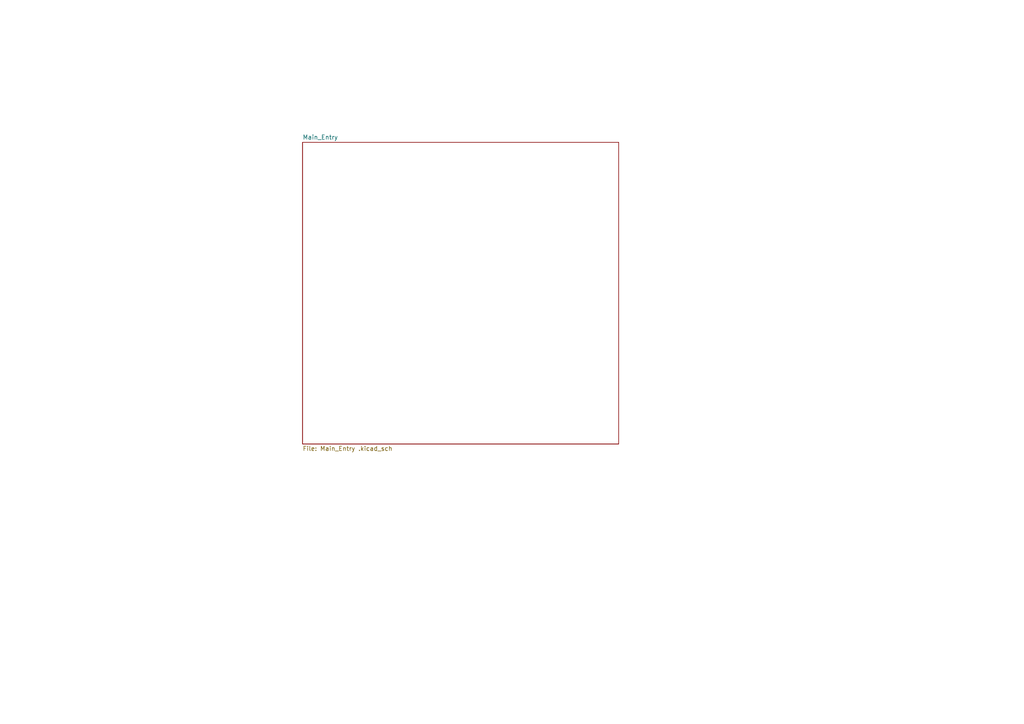
<source format=kicad_sch>
(kicad_sch (version 20230121) (generator eeschema)
  (paper "A4")
  (title_block (comment 1 "System block diagram"))
  (lib_symbols)
  (sheet (at 87.757 41.275) (size 91.694 87.503) (stroke (width 0.1524))
    (property "Sheetname" "Main_Entry " (at 87.757 40.5634 0) (effects (justify left bottom)))
    (property "Sheetfile" "Main_Entry .kicad_sch" (at 87.757 129.3626 0) (effects (justify left top)))
  )
)
</source>
